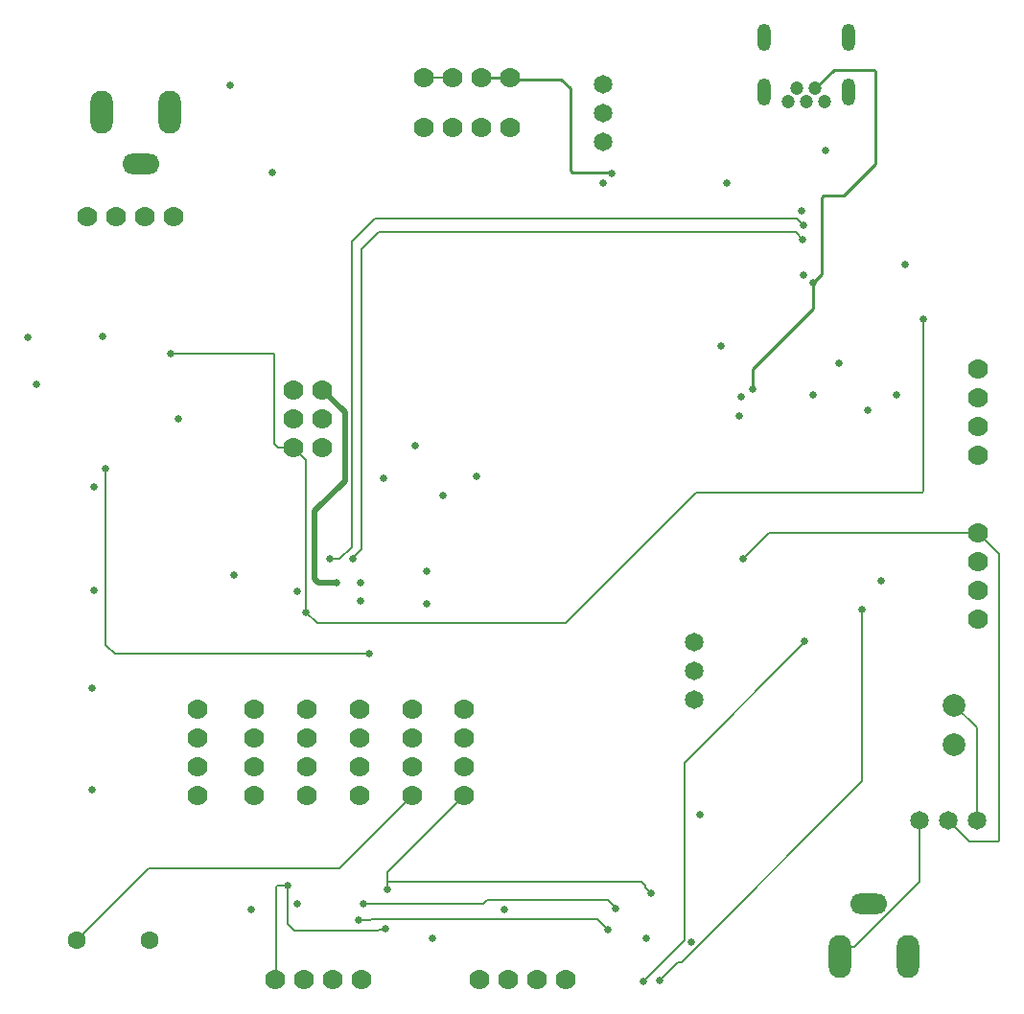
<source format=gbl>
G04*
G04 #@! TF.GenerationSoftware,Altium Limited,Altium Designer,23.3.1 (30)*
G04*
G04 Layer_Physical_Order=4*
G04 Layer_Color=16711680*
%FSLAX44Y44*%
%MOMM*%
G71*
G04*
G04 #@! TF.SameCoordinates,964EAC65-20B9-4362-A22B-C6E90DBC7DAB*
G04*
G04*
G04 #@! TF.FilePolarity,Positive*
G04*
G01*
G75*
%ADD11C,0.2540*%
%ADD14C,0.1524*%
%ADD59C,0.5080*%
%ADD60O,3.3000X1.8000*%
%ADD61O,2.0000X3.8000*%
%ADD62C,1.6500*%
%ADD63C,1.7780*%
%ADD64O,1.2000X2.4000*%
%ADD65C,1.2000*%
%ADD66C,2.0000*%
%ADD67C,1.6000*%
%ADD68C,0.6350*%
D11*
X424180Y836025D02*
X449580D01*
X725170Y662432D02*
Y730540D01*
X717550Y654812D02*
X725170Y662432D01*
Y730540D02*
X726658Y732028D01*
X744220D01*
X772160Y759968D01*
X663956Y561340D02*
Y579120D01*
X717550Y632714D01*
Y654812D01*
X772160Y759968D02*
Y842046D01*
X770672Y843534D02*
X772160Y842046D01*
X735477Y843534D02*
X770672D01*
X719002Y827058D02*
X735477Y843534D01*
X538767Y752315D02*
X539496Y751586D01*
X502920Y753803D02*
Y826770D01*
Y753803D02*
X504408Y752315D01*
X538767D01*
X494792Y834898D02*
X502920Y826770D01*
X450707Y834898D02*
X494792D01*
X449580Y836025D02*
X450707Y834898D01*
D14*
X709930Y337820D02*
Y338328D01*
X603377Y231267D02*
X709930Y337820D01*
X655066Y411480D02*
X677926Y434340D01*
X373380Y836025D02*
X398780D01*
X298934Y137898D02*
X363220Y202184D01*
X66560Y73953D02*
X130505Y137898D01*
X298934D01*
X315976Y92456D02*
X326162D01*
X327051Y93345D01*
X258953Y82423D02*
X333121D01*
X338421Y83659D02*
X339344Y84582D01*
X334357Y83659D02*
X338421D01*
X333121Y82423D02*
X334357Y83659D01*
X327051Y93345D02*
X526669D01*
X535940Y84074D01*
X252984Y88392D02*
X258953Y82423D01*
X542544Y102362D02*
Y102993D01*
X535555Y109982D02*
X542544Y102993D01*
X429278Y109982D02*
X535555D01*
X319786Y106680D02*
X320040Y106426D01*
X425722D01*
X429278Y109982D01*
X340868Y119380D02*
X341122Y119634D01*
Y125334D01*
X342015Y126227D01*
X341122Y125334D02*
Y134366D01*
X565415Y126227D02*
X569266Y122376D01*
X342015Y126227D02*
X565415D01*
X569266Y120852D02*
Y122376D01*
Y120852D02*
X574040Y116078D01*
X341122Y134366D02*
X408940Y202184D01*
X862405Y434340D02*
X881380Y415365D01*
Y162437D02*
Y415365D01*
X880487Y161544D02*
X881380Y162437D01*
X855166Y161544D02*
X880487D01*
X836370Y180340D02*
X855166Y161544D01*
X677926Y434340D02*
X862405D01*
X567690Y38354D02*
X603377Y74041D01*
X567182Y38354D02*
X567690D01*
X597925Y55127D02*
X601243D01*
X603377Y74041D02*
Y231267D01*
X581914Y39116D02*
X597925Y55127D01*
X601243D02*
X760730Y214614D01*
Y366268D01*
X252984Y88392D02*
Y122682D01*
X243205Y121539D02*
X244348Y122682D01*
X252984D01*
X243205Y40005D02*
Y121539D01*
X242570Y39370D02*
X243205Y40005D01*
X842010Y281660D02*
X861770Y261900D01*
Y180340D02*
Y261900D01*
X749410Y68493D02*
X753161D01*
X810970Y126302D02*
Y180340D01*
X740875Y59605D02*
Y59959D01*
X749410Y68493D01*
X753161D02*
X810970Y126302D01*
X329823Y711708D02*
X702564D01*
X708406Y705866D01*
X309626Y691511D02*
X329823Y711708D01*
X310896Y411738D02*
X318770Y419612D01*
Y685038D02*
X333502Y699770D01*
X318770Y419612D02*
Y685038D01*
X498602Y354584D02*
X614172Y470154D01*
X269494Y364236D02*
X279146Y354584D01*
X498602D01*
X614172Y470154D02*
X813939D01*
X814832Y471047D02*
Y623062D01*
X813939Y470154D02*
X814832Y471047D01*
X269317Y364413D02*
X269494Y364236D01*
X269317Y364413D02*
Y498779D01*
X258318Y509778D02*
X269317Y498779D01*
X324866Y327152D02*
X325374Y327660D01*
X100838Y327152D02*
X324866D01*
X92710Y335280D02*
X100838Y327152D01*
X92710Y335280D02*
Y491236D01*
X240407Y592836D02*
X241300Y591943D01*
X150114Y592836D02*
X240407D01*
X241300Y513080D02*
Y591943D01*
X244602Y509778D02*
X258318D01*
X241300Y513080D02*
X244602Y509778D01*
X309626Y421640D02*
Y691511D01*
X299212Y411226D02*
X309626Y421640D01*
X310896Y411226D02*
Y411738D01*
X333502Y699770D02*
X702056D01*
X290576Y411226D02*
X299212D01*
X702056Y699770D02*
X708152Y693674D01*
D59*
X277114Y393374D02*
Y453450D01*
X280090Y390398D02*
X296074D01*
X277114Y393374D02*
X280090Y390398D01*
X303784Y480120D02*
Y540512D01*
X283718Y560578D02*
X303784Y540512D01*
X277114Y453450D02*
X303784Y480120D01*
D60*
X765875Y106105D02*
D03*
X123955Y759765D02*
D03*
D61*
X800875Y59605D02*
D03*
X740875D02*
D03*
X148955Y806265D02*
D03*
X88955D02*
D03*
D62*
X861770Y180340D02*
D03*
X836370D02*
D03*
X810970D02*
D03*
X612140Y337820D02*
D03*
Y312420D02*
D03*
Y287020D02*
D03*
X532130Y830580D02*
D03*
Y805180D02*
D03*
Y779780D02*
D03*
D63*
X862405Y434340D02*
D03*
Y579120D02*
D03*
X173990Y252984D02*
D03*
Y278384D02*
D03*
Y202184D02*
D03*
Y227584D02*
D03*
X270510Y252984D02*
D03*
Y278384D02*
D03*
Y202184D02*
D03*
Y227584D02*
D03*
X223520Y252984D02*
D03*
Y278384D02*
D03*
Y202184D02*
D03*
Y227584D02*
D03*
X316865Y252984D02*
D03*
Y278384D02*
D03*
Y202184D02*
D03*
Y227584D02*
D03*
X363220Y252984D02*
D03*
Y278384D02*
D03*
Y202184D02*
D03*
Y227584D02*
D03*
X408940Y252984D02*
D03*
Y278384D02*
D03*
Y202184D02*
D03*
Y227584D02*
D03*
X258318Y560578D02*
D03*
X283718D02*
D03*
X258318Y535178D02*
D03*
X283718D02*
D03*
X258318Y509778D02*
D03*
X283718D02*
D03*
X862405Y528320D02*
D03*
Y502920D02*
D03*
Y553720D02*
D03*
Y383540D02*
D03*
Y358140D02*
D03*
Y408940D02*
D03*
X398780Y836025D02*
D03*
X373380D02*
D03*
X449580D02*
D03*
X424180D02*
D03*
Y792480D02*
D03*
X449580D02*
D03*
X373380D02*
D03*
X398780D02*
D03*
X267970Y39370D02*
D03*
X242570D02*
D03*
X318770D02*
D03*
X293370D02*
D03*
X448310D02*
D03*
X422910D02*
D03*
X499110D02*
D03*
X473710D02*
D03*
X127000Y713740D02*
D03*
X152400D02*
D03*
X76200D02*
D03*
X101600D02*
D03*
D64*
X674000Y871538D02*
D03*
Y824038D02*
D03*
X748400D02*
D03*
Y871538D02*
D03*
D65*
X727000Y815022D02*
D03*
X719002Y827058D02*
D03*
X703002D02*
D03*
X711001Y815022D02*
D03*
X695001D02*
D03*
D66*
X842010Y281660D02*
D03*
Y246660D02*
D03*
D67*
X131560Y73953D02*
D03*
X66560D02*
D03*
D68*
X709930Y338328D02*
D03*
X655066Y411480D02*
D03*
X617220Y185420D02*
D03*
X777240Y392176D02*
D03*
X760730Y366268D02*
D03*
X339344Y84582D02*
D03*
X315976Y92456D02*
D03*
X535940Y84074D02*
D03*
X542544Y102362D02*
D03*
X319786Y106680D02*
D03*
X340868Y119380D02*
D03*
X581914Y39116D02*
D03*
X570230Y76454D02*
D03*
X567182Y38354D02*
D03*
X574040Y116078D02*
D03*
X252984Y122682D02*
D03*
X444500Y101219D02*
D03*
X381000Y76454D02*
D03*
X765556Y542290D02*
D03*
X814832Y623062D02*
D03*
X790956Y556260D02*
D03*
X269494Y364236D02*
D03*
X261874Y382778D02*
D03*
X325374Y327660D02*
D03*
X92710Y491236D02*
D03*
X296418Y390398D02*
D03*
X261620Y106680D02*
D03*
X150114Y592836D02*
D03*
X82042Y383540D02*
D03*
X310896Y411226D02*
D03*
X290576D02*
D03*
X317373Y373888D02*
D03*
Y390398D02*
D03*
X419608Y483870D02*
D03*
X390596Y467050D02*
D03*
X376174Y400558D02*
D03*
X653542Y554228D02*
D03*
X708152Y693674D02*
D03*
X337566Y482854D02*
D03*
X708406Y705866D02*
D03*
X708914Y661543D02*
D03*
X728345Y772414D02*
D03*
X531622Y743458D02*
D03*
X663956Y561340D02*
D03*
X651764Y537210D02*
D03*
X717550Y654812D02*
D03*
X707263Y718820D02*
D03*
X636270Y599440D02*
D03*
X539496Y751586D02*
D03*
X640842Y743458D02*
D03*
X798830Y671322D02*
D03*
X240030Y752856D02*
D03*
X202438Y829818D02*
D03*
X80772Y207010D02*
D03*
Y297180D02*
D03*
X82042Y474980D02*
D03*
X31750Y565150D02*
D03*
X23876Y607060D02*
D03*
X89916Y607568D02*
D03*
X156972Y534670D02*
D03*
X205994Y396748D02*
D03*
X376174Y371348D02*
D03*
X366014Y511048D02*
D03*
X220980Y101600D02*
D03*
X609854Y72898D02*
D03*
X740156Y584200D02*
D03*
X717296Y556260D02*
D03*
M02*

</source>
